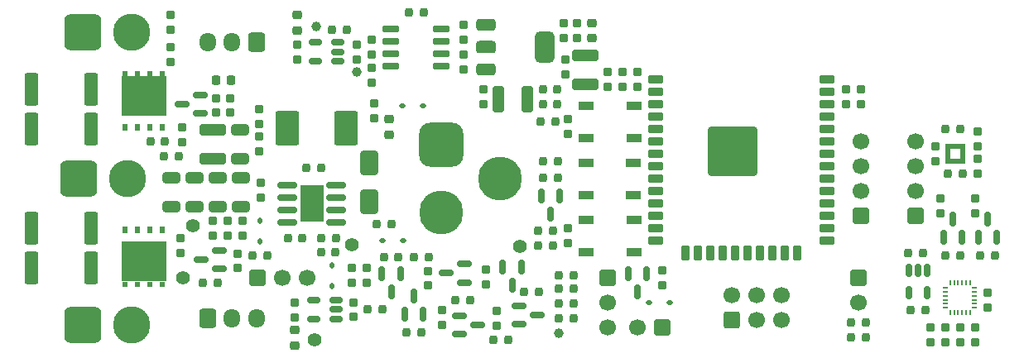
<source format=gbr>
%TF.GenerationSoftware,KiCad,Pcbnew,9.0.5*%
%TF.CreationDate,2025-11-15T15:40:49+01:00*%
%TF.ProjectId,Robobuoy-Sub-v3_0,526f626f-6275-46f7-992d-5375622d7633,rev?*%
%TF.SameCoordinates,Original*%
%TF.FileFunction,Soldermask,Top*%
%TF.FilePolarity,Negative*%
%FSLAX46Y46*%
G04 Gerber Fmt 4.6, Leading zero omitted, Abs format (unit mm)*
G04 Created by KiCad (PCBNEW 9.0.5) date 2025-11-15 15:40:49*
%MOMM*%
%LPD*%
G01*
G04 APERTURE LIST*
G04 Aperture macros list*
%AMRoundRect*
0 Rectangle with rounded corners*
0 $1 Rounding radius*
0 $2 $3 $4 $5 $6 $7 $8 $9 X,Y pos of 4 corners*
0 Add a 4 corners polygon primitive as box body*
4,1,4,$2,$3,$4,$5,$6,$7,$8,$9,$2,$3,0*
0 Add four circle primitives for the rounded corners*
1,1,$1+$1,$2,$3*
1,1,$1+$1,$4,$5*
1,1,$1+$1,$6,$7*
1,1,$1+$1,$8,$9*
0 Add four rect primitives between the rounded corners*
20,1,$1+$1,$2,$3,$4,$5,0*
20,1,$1+$1,$4,$5,$6,$7,0*
20,1,$1+$1,$6,$7,$8,$9,0*
20,1,$1+$1,$8,$9,$2,$3,0*%
G04 Aperture macros list end*
%ADD10RoundRect,1.125000X-1.125000X1.125000X-1.125000X-1.125000X1.125000X-1.125000X1.125000X1.125000X0*%
%ADD11C,4.500000*%
%ADD12RoundRect,0.250000X0.600000X-0.600000X0.600000X0.600000X-0.600000X0.600000X-0.600000X-0.600000X0*%
%ADD13C,1.700000*%
%ADD14RoundRect,0.218750X0.256250X-0.218750X0.256250X0.218750X-0.256250X0.218750X-0.256250X-0.218750X0*%
%ADD15RoundRect,0.218750X-0.256250X0.218750X-0.256250X-0.218750X0.256250X-0.218750X0.256250X0.218750X0*%
%ADD16RoundRect,0.218750X-0.218750X-0.256250X0.218750X-0.256250X0.218750X0.256250X-0.218750X0.256250X0*%
%ADD17RoundRect,0.200000X0.250000X-0.200000X0.250000X0.200000X-0.250000X0.200000X-0.250000X-0.200000X0*%
%ADD18RoundRect,0.200000X-0.200000X-0.250000X0.200000X-0.250000X0.200000X0.250000X-0.200000X0.250000X0*%
%ADD19RoundRect,0.200000X-0.250000X0.200000X-0.250000X-0.200000X0.250000X-0.200000X0.250000X0.200000X0*%
%ADD20RoundRect,0.250000X0.650000X-0.325000X0.650000X0.325000X-0.650000X0.325000X-0.650000X-0.325000X0*%
%ADD21RoundRect,0.150000X0.150000X-0.587500X0.150000X0.587500X-0.150000X0.587500X-0.150000X-0.587500X0*%
%ADD22RoundRect,0.112500X-0.187500X-0.112500X0.187500X-0.112500X0.187500X0.112500X-0.187500X0.112500X0*%
%ADD23RoundRect,0.250000X-1.100000X0.325000X-1.100000X-0.325000X1.100000X-0.325000X1.100000X0.325000X0*%
%ADD24RoundRect,0.112500X0.187500X0.112500X-0.187500X0.112500X-0.187500X-0.112500X0.187500X-0.112500X0*%
%ADD25RoundRect,0.249999X-0.450001X-1.425001X0.450001X-1.425001X0.450001X1.425001X-0.450001X1.425001X0*%
%ADD26RoundRect,0.150000X0.590000X0.150000X-0.590000X0.150000X-0.590000X-0.150000X0.590000X-0.150000X0*%
%ADD27RoundRect,0.150000X-0.150000X0.512500X-0.150000X-0.512500X0.150000X-0.512500X0.150000X0.512500X0*%
%ADD28RoundRect,0.150000X-0.150000X0.587500X-0.150000X-0.587500X0.150000X-0.587500X0.150000X0.587500X0*%
%ADD29RoundRect,0.112500X-0.112500X0.187500X-0.112500X-0.187500X0.112500X-0.187500X0.112500X0.187500X0*%
%ADD30RoundRect,0.200000X0.200000X0.250000X-0.200000X0.250000X-0.200000X-0.250000X0.200000X-0.250000X0*%
%ADD31RoundRect,0.760000X-1.140000X-1.140000X1.140000X-1.140000X1.140000X1.140000X-1.140000X1.140000X0*%
%ADD32C,3.800000*%
%ADD33RoundRect,0.150000X-0.590000X-0.150000X0.590000X-0.150000X0.590000X0.150000X-0.590000X0.150000X0*%
%ADD34RoundRect,0.230769X0.969231X1.519231X-0.969231X1.519231X-0.969231X-1.519231X0.969231X-1.519231X0*%
%ADD35RoundRect,0.150000X0.725000X0.150000X-0.725000X0.150000X-0.725000X-0.150000X0.725000X-0.150000X0*%
%ADD36RoundRect,0.206250X-0.618750X-0.618750X0.618750X-0.618750X0.618750X0.618750X-0.618750X0.618750X0*%
%ADD37RoundRect,0.206250X0.618750X-0.618750X0.618750X0.618750X-0.618750X0.618750X-0.618750X-0.618750X0*%
%ADD38RoundRect,0.090000X-0.660000X-0.360000X0.660000X-0.360000X0.660000X0.360000X-0.660000X0.360000X0*%
%ADD39R,0.500000X0.650000*%
%ADD40R,4.600000X4.120000*%
%ADD41R,0.500000X0.550000*%
%ADD42RoundRect,0.150000X0.512500X0.150000X-0.512500X0.150000X-0.512500X-0.150000X0.512500X-0.150000X0*%
%ADD43RoundRect,0.206250X-0.618750X0.618750X-0.618750X-0.618750X0.618750X-0.618750X0.618750X0.618750X0*%
%ADD44C,1.400000*%
%ADD45RoundRect,0.300000X-0.700000X-0.300000X0.700000X-0.300000X0.700000X0.300000X-0.700000X0.300000X0*%
%ADD46RoundRect,0.317500X-0.698500X-0.317500X0.698500X-0.317500X0.698500X0.317500X-0.698500X0.317500X0*%
%ADD47RoundRect,0.500000X-0.500000X-1.100000X0.500000X-1.100000X0.500000X1.100000X-0.500000X1.100000X0*%
%ADD48RoundRect,0.150000X-0.825000X-0.150000X0.825000X-0.150000X0.825000X0.150000X-0.825000X0.150000X0*%
%ADD49R,2.410000X3.810000*%
%ADD50RoundRect,0.050000X-0.225000X-0.050000X0.225000X-0.050000X0.225000X0.050000X-0.225000X0.050000X0*%
%ADD51RoundRect,0.050000X0.050000X-0.225000X0.050000X0.225000X-0.050000X0.225000X-0.050000X-0.225000X0*%
%ADD52RoundRect,0.150000X0.587500X0.150000X-0.587500X0.150000X-0.587500X-0.150000X0.587500X-0.150000X0*%
%ADD53RoundRect,0.225000X-0.525000X-0.225000X0.525000X-0.225000X0.525000X0.225000X-0.525000X0.225000X0*%
%ADD54RoundRect,0.225000X0.225000X-0.525000X0.225000X0.525000X-0.225000X0.525000X-0.225000X-0.525000X0*%
%ADD55RoundRect,0.250000X-2.250000X-2.250000X2.250000X-2.250000X2.250000X2.250000X-2.250000X2.250000X0*%
%ADD56RoundRect,0.250000X-0.650000X1.000000X-0.650000X-1.000000X0.650000X-1.000000X0.650000X1.000000X0*%
%ADD57RoundRect,0.206250X0.618750X0.618750X-0.618750X0.618750X-0.618750X-0.618750X0.618750X-0.618750X0*%
%ADD58RoundRect,0.250000X0.600000X0.725000X-0.600000X0.725000X-0.600000X-0.725000X0.600000X-0.725000X0*%
%ADD59O,1.700000X1.950000*%
%ADD60RoundRect,0.250000X0.325000X1.100000X-0.325000X1.100000X-0.325000X-1.100000X0.325000X-1.100000X0*%
%ADD61RoundRect,0.250000X-0.600000X-0.725000X0.600000X-0.725000X0.600000X0.725000X-0.600000X0.725000X0*%
%ADD62RoundRect,0.150000X-0.140000X0.140000X-0.140000X-0.140000X0.140000X-0.140000X0.140000X0.140000X0*%
%ADD63RoundRect,0.150000X-0.140000X-0.140000X0.140000X-0.140000X0.140000X0.140000X-0.140000X0.140000X0*%
%ADD64RoundRect,0.250000X-0.650000X0.325000X-0.650000X-0.325000X0.650000X-0.325000X0.650000X0.325000X0*%
%ADD65C,1.000000*%
%ADD66RoundRect,0.250000X1.100000X-0.325000X1.100000X0.325000X-1.100000X0.325000X-1.100000X-0.325000X0*%
%ADD67RoundRect,0.150000X-0.587500X-0.150000X0.587500X-0.150000X0.587500X0.150000X-0.587500X0.150000X0*%
%ADD68RoundRect,0.112500X0.112500X-0.187500X0.112500X0.187500X-0.112500X0.187500X-0.112500X-0.187500X0*%
G04 APERTURE END LIST*
D10*
%TO.C,J301*%
X61807259Y-46527436D03*
D11*
X67807259Y-49991436D03*
X61807259Y-53455436D03*
%TD*%
D12*
%TO.C,J201*%
X91516400Y-64468500D03*
D13*
X91516400Y-61928500D03*
X94056400Y-64468500D03*
X94056400Y-61928500D03*
X96596400Y-64468500D03*
X96596400Y-61928500D03*
%TD*%
D14*
%TO.C,D305*%
X46792000Y-65468500D03*
X46792000Y-67043500D03*
%TD*%
%TO.C,D205*%
X77221200Y-34048700D03*
X77221200Y-35623700D03*
%TD*%
D15*
%TO.C,D304*%
X47100000Y-34787500D03*
X47100000Y-33212500D03*
%TD*%
D16*
%TO.C,D308*%
X40315100Y-39941600D03*
X38740100Y-39941600D03*
%TD*%
D17*
%TO.C,R104*%
X75722600Y-35586200D03*
X75722600Y-34086200D03*
%TD*%
%TO.C,R312*%
X54945400Y-43765000D03*
X54945400Y-42265000D03*
%TD*%
D18*
%TO.C,R317*%
X46113200Y-56040900D03*
X47613200Y-56040900D03*
%TD*%
D19*
%TO.C,C213*%
X74732000Y-55092000D03*
X74732000Y-56592000D03*
%TD*%
D20*
%TO.C,C304*%
X36555800Y-52872000D03*
X36555800Y-49922000D03*
%TD*%
D19*
%TO.C,C405*%
X116388000Y-65252000D03*
X116388000Y-66752000D03*
%TD*%
D21*
%TO.C,Q401*%
X113152000Y-56017500D03*
X115052000Y-56017500D03*
X114102000Y-54142500D03*
%TD*%
D14*
%TO.C,D302*%
X56469400Y-45453500D03*
X56469400Y-43878500D03*
%TD*%
D19*
%TO.C,R319*%
X47100000Y-36250000D03*
X47100000Y-37750000D03*
%TD*%
D18*
%TO.C,R334*%
X58488000Y-32982000D03*
X59988000Y-32982000D03*
%TD*%
D22*
%TO.C,D309*%
X57849200Y-42557800D03*
X59949200Y-42557800D03*
%TD*%
D18*
%TO.C,R306*%
X70248200Y-61582400D03*
X71748200Y-61582400D03*
%TD*%
D23*
%TO.C,C313*%
X38410000Y-44969000D03*
X38410000Y-47919000D03*
%TD*%
D18*
%TO.C,R327*%
X32050000Y-46200000D03*
X33550000Y-46200000D03*
%TD*%
D17*
%TO.C,C113*%
X116642000Y-49480000D03*
X116642000Y-47980000D03*
%TD*%
D18*
%TO.C,R304*%
X73829600Y-61252200D03*
X75329600Y-61252200D03*
%TD*%
%TO.C,C305*%
X33469000Y-47714000D03*
X34969000Y-47714000D03*
%TD*%
%TO.C,R307*%
X73829600Y-62776200D03*
X75329600Y-62776200D03*
%TD*%
D24*
%TO.C,D201*%
X85180000Y-62700000D03*
X83080000Y-62700000D03*
%TD*%
D18*
%TO.C,R303*%
X71696000Y-55334000D03*
X73196000Y-55334000D03*
%TD*%
D19*
%TO.C,C312*%
X43159800Y-45694000D03*
X43159800Y-47194000D03*
%TD*%
D25*
%TO.C,R339*%
X19866000Y-59144000D03*
X25966000Y-59144000D03*
%TD*%
D19*
%TO.C,R325*%
X35300000Y-44750000D03*
X35300000Y-46250000D03*
%TD*%
D26*
%TO.C,Q307*%
X64191200Y-60616100D03*
X64191200Y-58716100D03*
X62311200Y-59666100D03*
%TD*%
D27*
%TO.C,U401*%
X111496000Y-59398000D03*
X110546000Y-59398000D03*
X109596000Y-59398000D03*
X109596000Y-61673000D03*
X111496000Y-61673000D03*
%TD*%
D19*
%TO.C,R335*%
X64064000Y-37312000D03*
X64064000Y-38812000D03*
%TD*%
D28*
%TO.C,Q205*%
X82794000Y-59730500D03*
X80894000Y-59730500D03*
X81844000Y-61605500D03*
%TD*%
D29*
%TO.C,D306*%
X43236000Y-54284000D03*
X43236000Y-56384000D03*
%TD*%
D19*
%TO.C,R328*%
X35108000Y-56108000D03*
X35108000Y-57608000D03*
%TD*%
D17*
%TO.C,R309*%
X52634000Y-60656000D03*
X52634000Y-59156000D03*
%TD*%
D20*
%TO.C,C303*%
X34168200Y-52872000D03*
X34168200Y-49922000D03*
%TD*%
D30*
%TO.C,C311*%
X49523200Y-48857900D03*
X48023200Y-48857900D03*
%TD*%
D31*
%TO.C,J306*%
X24734000Y-50000000D03*
D32*
X29734000Y-50000000D03*
%TD*%
D18*
%TO.C,R316*%
X50614000Y-34760000D03*
X52114000Y-34760000D03*
%TD*%
D30*
%TO.C,R326*%
X38906000Y-60668000D03*
X37406000Y-60668000D03*
%TD*%
D33*
%TO.C,Q309*%
X63632000Y-64036000D03*
X63632000Y-65936000D03*
X65512000Y-64986000D03*
%TD*%
D21*
%TO.C,Q403*%
X116708000Y-56017500D03*
X118608000Y-56017500D03*
X117658000Y-54142500D03*
%TD*%
D34*
%TO.C,L301*%
X52027200Y-44793900D03*
X46027200Y-44793900D03*
%TD*%
D19*
%TO.C,R333*%
X54666000Y-35788000D03*
X54666000Y-37288000D03*
%TD*%
D35*
%TO.C,U304*%
X61813000Y-38443000D03*
X61813000Y-37173000D03*
X61813000Y-35903000D03*
X61813000Y-34633000D03*
X56663000Y-34633000D03*
X56663000Y-35903000D03*
X56663000Y-37173000D03*
X56663000Y-38443000D03*
%TD*%
D19*
%TO.C,R343*%
X61879600Y-63474000D03*
X61879600Y-64974000D03*
%TD*%
D36*
%TO.C,SW301*%
X42982000Y-60160000D03*
D13*
X45522000Y-60160000D03*
X48062000Y-60160000D03*
%TD*%
D37*
%TO.C,J401*%
X104704000Y-53810000D03*
D13*
X104704000Y-51270000D03*
X104704000Y-48730000D03*
X104704000Y-46190000D03*
%TD*%
D25*
%TO.C,R338*%
X19866000Y-55080000D03*
X25966000Y-55080000D03*
%TD*%
D19*
%TO.C,C406*%
X117658000Y-61696000D03*
X117658000Y-63196000D03*
%TD*%
D17*
%TO.C,R324*%
X41000000Y-59150000D03*
X41000000Y-57650000D03*
%TD*%
D38*
%TO.C,D204*%
X76600000Y-54192000D03*
X76600000Y-57492000D03*
X81500000Y-57492000D03*
X81500000Y-54192000D03*
%TD*%
D19*
%TO.C,R212*%
X103180000Y-40868000D03*
X103180000Y-42368000D03*
%TD*%
D28*
%TO.C,Q301*%
X73904000Y-51729500D03*
X72004000Y-51729500D03*
X72954000Y-53604500D03*
%TD*%
D18*
%TO.C,R105*%
X116908000Y-57874000D03*
X118408000Y-57874000D03*
%TD*%
D25*
%TO.C,R337*%
X19866000Y-44920000D03*
X25966000Y-44920000D03*
%TD*%
D17*
%TO.C,R209*%
X84384000Y-60910000D03*
X84384000Y-59410000D03*
%TD*%
D38*
%TO.C,D202*%
X76600000Y-42508000D03*
X76600000Y-45808000D03*
X81500000Y-45808000D03*
X81500000Y-42508000D03*
%TD*%
D39*
%TO.C,Q306*%
X33305000Y-55250000D03*
X32035000Y-55250000D03*
X30765000Y-55250000D03*
X29495000Y-55250000D03*
D40*
X31400000Y-58465000D03*
D41*
X33305000Y-60800000D03*
X32035000Y-60800000D03*
X30765000Y-60800000D03*
X29495000Y-60800000D03*
%TD*%
D42*
%TO.C,U302*%
X51037500Y-64350000D03*
X51037500Y-63400000D03*
X51037500Y-62450000D03*
X48762500Y-62450000D03*
X48762500Y-64350000D03*
%TD*%
D19*
%TO.C,C308*%
X38410000Y-54330000D03*
X38410000Y-55830000D03*
%TD*%
D43*
%TO.C,SW202*%
X104450000Y-60160000D03*
D13*
X104450000Y-62700000D03*
%TD*%
D17*
%TO.C,C202*%
X80320000Y-40590000D03*
X80320000Y-39090000D03*
%TD*%
D18*
%TO.C,R321*%
X49496400Y-57493900D03*
X50996400Y-57493900D03*
%TD*%
D17*
%TO.C,C102*%
X74478000Y-39320000D03*
X74478000Y-37820000D03*
%TD*%
D19*
%TO.C,R401*%
X116388000Y-52044000D03*
X116388000Y-53544000D03*
%TD*%
%TO.C,R314*%
X39934000Y-54330000D03*
X39934000Y-55830000D03*
%TD*%
D18*
%TO.C,C124*%
X113606000Y-49492000D03*
X115106000Y-49492000D03*
%TD*%
D19*
%TO.C,C403*%
X113340000Y-65252000D03*
X113340000Y-66752000D03*
%TD*%
%TO.C,R211*%
X104704000Y-40868000D03*
X104704000Y-42368000D03*
%TD*%
D18*
%TO.C,R315*%
X54250000Y-63400000D03*
X55750000Y-63400000D03*
%TD*%
D44*
%TO.C,TP305*%
X35362000Y-60109200D03*
%TD*%
D25*
%TO.C,R330*%
X19866000Y-40856000D03*
X25966000Y-40856000D03*
%TD*%
D17*
%TO.C,R323*%
X38791000Y-43231600D03*
X38791000Y-41731600D03*
%TD*%
D45*
%TO.C,U201*%
X66350000Y-34238000D03*
D46*
X66350000Y-36538000D03*
D47*
X72398000Y-36538000D03*
D45*
X66350000Y-38838000D03*
%TD*%
D48*
%TO.C,U303*%
X46088200Y-50635900D03*
X46088200Y-51905900D03*
X46088200Y-53175900D03*
X46088200Y-54445900D03*
X51038200Y-54445900D03*
X51038200Y-53175900D03*
X51038200Y-51905900D03*
X51038200Y-50635900D03*
D49*
X48563200Y-52540900D03*
%TD*%
D18*
%TO.C,R318*%
X55186000Y-54597400D03*
X56686000Y-54597400D03*
%TD*%
D44*
%TO.C,TP308*%
X52684800Y-56782700D03*
%TD*%
D19*
%TO.C,R310*%
X54158000Y-59156000D03*
X54158000Y-60656000D03*
%TD*%
D50*
%TO.C,U403*%
X113364000Y-61192000D03*
X113364000Y-61592000D03*
X113364000Y-61992000D03*
X113364000Y-62392000D03*
X113364000Y-62792000D03*
X113364000Y-63192000D03*
D51*
X113864000Y-63692000D03*
X114264000Y-63692000D03*
X114664000Y-63692000D03*
X115064000Y-63692000D03*
X115464000Y-63692000D03*
X115864000Y-63692000D03*
D50*
X116364000Y-63192000D03*
X116364000Y-62792000D03*
X116364000Y-62392000D03*
X116364000Y-61992000D03*
X116364000Y-61592000D03*
X116364000Y-61192000D03*
D51*
X115864000Y-60692000D03*
X115464000Y-60692000D03*
X115064000Y-60692000D03*
X114664000Y-60692000D03*
X114264000Y-60692000D03*
X113864000Y-60692000D03*
%TD*%
D17*
%TO.C,C203*%
X81844000Y-40590000D03*
X81844000Y-39090000D03*
%TD*%
D52*
%TO.C,Q305*%
X39137500Y-59250000D03*
X39137500Y-57350000D03*
X37262500Y-58300000D03*
%TD*%
D17*
%TO.C,C306*%
X43337600Y-51943800D03*
X43337600Y-50443800D03*
%TD*%
D18*
%TO.C,R342*%
X63263200Y-62446000D03*
X64763200Y-62446000D03*
%TD*%
D42*
%TO.C,U301*%
X51237500Y-37950000D03*
X51237500Y-37000000D03*
X51237500Y-36050000D03*
X48962500Y-36050000D03*
X48962500Y-37950000D03*
%TD*%
D30*
%TO.C,R305*%
X60496000Y-58051800D03*
X58996000Y-58051800D03*
%TD*%
D53*
%TO.C,U202*%
X83746981Y-39841111D03*
X83746981Y-41111111D03*
X83746981Y-42381111D03*
X83746981Y-43651111D03*
X83746981Y-44921111D03*
X83746981Y-46191111D03*
X83746981Y-47461111D03*
X83746981Y-48731111D03*
X83746981Y-50001111D03*
X83746981Y-51271111D03*
X83746981Y-52541111D03*
X83746981Y-53811111D03*
X83746981Y-55081111D03*
X83746981Y-56351111D03*
D54*
X86781981Y-57601111D03*
X88051981Y-57601111D03*
X89321981Y-57601111D03*
X90591981Y-57601111D03*
X91861981Y-57601111D03*
X93131981Y-57601111D03*
X94401981Y-57601111D03*
X95671981Y-57601111D03*
X96941981Y-57601111D03*
X98211981Y-57601111D03*
D53*
X101246981Y-56351111D03*
X101246981Y-55081111D03*
X101246981Y-53811111D03*
X101246981Y-52541111D03*
X101246981Y-51271111D03*
X101246981Y-50001111D03*
X101246981Y-48731111D03*
X101246981Y-47461111D03*
X101246981Y-46191111D03*
X101246981Y-44921111D03*
X101246981Y-43651111D03*
X101246981Y-42381111D03*
X101246981Y-41111111D03*
X101246981Y-39841111D03*
D55*
X91636981Y-47186111D03*
%TD*%
D56*
%TO.C,D307*%
X54412000Y-48355600D03*
X54412000Y-52355600D03*
%TD*%
D19*
%TO.C,R109*%
X60406400Y-59423400D03*
X60406400Y-60923400D03*
%TD*%
D18*
%TO.C,C307*%
X73829600Y-64300200D03*
X75329600Y-64300200D03*
%TD*%
D28*
%TO.C,Q302*%
X69992400Y-59044700D03*
X68092400Y-59044700D03*
X69042400Y-60919700D03*
%TD*%
D18*
%TO.C,R402*%
X113352000Y-57874000D03*
X114852000Y-57874000D03*
%TD*%
D31*
%TO.C,J305*%
X25100000Y-65000000D03*
D32*
X30100000Y-65000000D03*
%TD*%
D19*
%TO.C,R313*%
X41458000Y-54330000D03*
X41458000Y-55830000D03*
%TD*%
D39*
%TO.C,Q308*%
X29495000Y-44750000D03*
X30765000Y-44750000D03*
X32035000Y-44750000D03*
X33305000Y-44750000D03*
D40*
X31400000Y-41535000D03*
D41*
X29495000Y-39200000D03*
X30765000Y-39200000D03*
X32035000Y-39200000D03*
X33305000Y-39200000D03*
%TD*%
D18*
%TO.C,R201*%
X72192000Y-40856000D03*
X73692000Y-40856000D03*
%TD*%
D19*
%TO.C,C314*%
X54691400Y-38632800D03*
X54691400Y-40132800D03*
%TD*%
D37*
%TO.C,J102*%
X110292000Y-53810000D03*
D13*
X110292000Y-51270000D03*
X110292000Y-48730000D03*
X110292000Y-46190000D03*
%TD*%
D57*
%TO.C,BZ201*%
X84384000Y-65240000D03*
D13*
X81844000Y-65240000D03*
%TD*%
D19*
%TO.C,C116*%
X112324000Y-46710000D03*
X112324000Y-48210000D03*
%TD*%
D58*
%TO.C,J302*%
X42900000Y-36000000D03*
D59*
X40400000Y-36000000D03*
X37900000Y-36000000D03*
%TD*%
D17*
%TO.C,C211*%
X74351000Y-35586200D03*
X74351000Y-34086200D03*
%TD*%
D19*
%TO.C,R331*%
X34092000Y-33248000D03*
X34092000Y-34748000D03*
%TD*%
D18*
%TO.C,R308*%
X55922600Y-58051800D03*
X57422600Y-58051800D03*
%TD*%
D17*
%TO.C,C309*%
X53200000Y-37750000D03*
X53200000Y-36250000D03*
%TD*%
D30*
%TO.C,C402*%
X111296000Y-63462000D03*
X109796000Y-63462000D03*
%TD*%
%TO.C,C216*%
X105200000Y-64732000D03*
X103700000Y-64732000D03*
%TD*%
%TO.C,R345*%
X68649400Y-66510000D03*
X67149400Y-66510000D03*
%TD*%
D19*
%TO.C,R329*%
X40238800Y-41731600D03*
X40238800Y-43231600D03*
%TD*%
D18*
%TO.C,R210*%
X103700000Y-66256000D03*
X105200000Y-66256000D03*
%TD*%
D17*
%TO.C,R320*%
X46792000Y-64212000D03*
X46792000Y-62712000D03*
%TD*%
D30*
%TO.C,R311*%
X43986000Y-57874000D03*
X42486000Y-57874000D03*
%TD*%
D19*
%TO.C,R336*%
X64064000Y-34264000D03*
X64064000Y-35764000D03*
%TD*%
D30*
%TO.C,C214*%
X73704000Y-48222000D03*
X72204000Y-48222000D03*
%TD*%
D60*
%TO.C,C212*%
X70619000Y-41872000D03*
X67669000Y-41872000D03*
%TD*%
D21*
%TO.C,Q117*%
X58034000Y-63866100D03*
X59934000Y-63866100D03*
X58984000Y-61991100D03*
%TD*%
D43*
%TO.C,J203*%
X78796000Y-60160000D03*
D13*
X78796000Y-62700000D03*
X78796000Y-65240000D03*
%TD*%
D17*
%TO.C,C404*%
X111816000Y-66752000D03*
X111816000Y-65252000D03*
%TD*%
%TO.C,R332*%
X34092000Y-38050000D03*
X34092000Y-36550000D03*
%TD*%
D19*
%TO.C,R344*%
X67493000Y-63550200D03*
X67493000Y-65050200D03*
%TD*%
D17*
%TO.C,C315*%
X43134400Y-44374600D03*
X43134400Y-42874600D03*
%TD*%
D44*
%TO.C,TP301*%
X69804400Y-56883400D03*
%TD*%
D61*
%TO.C,J303*%
X37900000Y-64275000D03*
D59*
X40400000Y-64275000D03*
X42900000Y-64275000D03*
%TD*%
D17*
%TO.C,R404*%
X114864000Y-66752000D03*
X114864000Y-65252000D03*
%TD*%
D18*
%TO.C,R340*%
X58259400Y-65748000D03*
X59759400Y-65748000D03*
%TD*%
D20*
%TO.C,C301*%
X38943400Y-52872000D03*
X38943400Y-49922000D03*
%TD*%
D22*
%TO.C,D303*%
X55800400Y-56350000D03*
X57900400Y-56350000D03*
%TD*%
D30*
%TO.C,R302*%
X73196000Y-56858000D03*
X71696000Y-56858000D03*
%TD*%
%TO.C,C401*%
X111042000Y-57620000D03*
X109542000Y-57620000D03*
%TD*%
D44*
%TO.C,TP303*%
X36378000Y-54826000D03*
%TD*%
D19*
%TO.C,R403*%
X112832000Y-52044000D03*
X112832000Y-53544000D03*
%TD*%
D62*
%TO.C,U102*%
X115106000Y-46697500D03*
X114606000Y-46697500D03*
X114106000Y-46697500D03*
X113606000Y-46697500D03*
D63*
X113593500Y-47210000D03*
X113593500Y-47710000D03*
D62*
X113606000Y-48222500D03*
X114106000Y-48222500D03*
X114606000Y-48222500D03*
X115106000Y-48222500D03*
D63*
X115118500Y-47710000D03*
X115118500Y-47210000D03*
%TD*%
D19*
%TO.C,R213*%
X74732000Y-43916000D03*
X74732000Y-45416000D03*
%TD*%
D64*
%TO.C,C317*%
X41204000Y-44969000D03*
X41204000Y-47919000D03*
%TD*%
D65*
%TO.C,TP304*%
X48976400Y-34429800D03*
%TD*%
D17*
%TO.C,C310*%
X52800000Y-64150000D03*
X52800000Y-62650000D03*
%TD*%
D19*
%TO.C,C207*%
X66096000Y-40868000D03*
X66096000Y-42368000D03*
%TD*%
D17*
%TO.C,C103*%
X78796000Y-40590000D03*
X78796000Y-39090000D03*
%TD*%
D20*
%TO.C,C302*%
X41327040Y-52871680D03*
X41327040Y-49921680D03*
%TD*%
D66*
%TO.C,C208*%
X76510000Y-40299000D03*
X76510000Y-37349000D03*
%TD*%
D19*
%TO.C,C114*%
X116642000Y-45186000D03*
X116642000Y-46686000D03*
%TD*%
D30*
%TO.C,C215*%
X73450000Y-44158000D03*
X71950000Y-44158000D03*
%TD*%
%TO.C,R322*%
X51013200Y-56040900D03*
X49513200Y-56040900D03*
%TD*%
D31*
%TO.C,J304*%
X25100000Y-35000000D03*
D32*
X30100000Y-35000000D03*
%TD*%
D67*
%TO.C,Q102*%
X69755900Y-63020000D03*
X69755900Y-64920000D03*
X71630900Y-63970000D03*
%TD*%
D68*
%TO.C,D301*%
X50602000Y-60956000D03*
X50602000Y-58856000D03*
%TD*%
D18*
%TO.C,C115*%
X113352000Y-44920000D03*
X114852000Y-44920000D03*
%TD*%
D65*
%TO.C,TP306*%
X53200000Y-39100000D03*
%TD*%
D52*
%TO.C,Q304*%
X37137700Y-43330000D03*
X37137700Y-41430000D03*
X35262700Y-42380000D03*
%TD*%
D18*
%TO.C,R301*%
X72204000Y-49873000D03*
X73704000Y-49873000D03*
%TD*%
D28*
%TO.C,Q303*%
X57636000Y-59742500D03*
X55736000Y-59742500D03*
X56686000Y-61617500D03*
%TD*%
D30*
%TO.C,R214*%
X75333622Y-59878688D03*
X73833622Y-59878688D03*
%TD*%
D44*
%TO.C,TP307*%
X48824000Y-66510000D03*
%TD*%
D65*
%TO.C,TP302*%
X73817600Y-65798800D03*
%TD*%
D38*
%TO.C,D203*%
X76582901Y-48340795D03*
X76582901Y-51640795D03*
X81482901Y-51640795D03*
X81482901Y-48340795D03*
%TD*%
D17*
%TO.C,R341*%
X66350000Y-60783000D03*
X66350000Y-59283000D03*
%TD*%
D30*
%TO.C,C201*%
X73692000Y-42380000D03*
X72192000Y-42380000D03*
%TD*%
M02*

</source>
